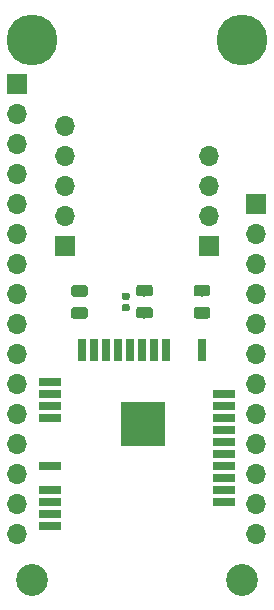
<source format=gts>
G04 #@! TF.GenerationSoftware,KiCad,Pcbnew,5.1.4-e60b266~84~ubuntu19.04.1*
G04 #@! TF.CreationDate,2019-10-25T13:24:14-07:00*
G04 #@! TF.ProjectId,Wifi-FeatherWing,57696669-2d46-4656-9174-68657257696e,rev?*
G04 #@! TF.SameCoordinates,Original*
G04 #@! TF.FileFunction,Soldermask,Top*
G04 #@! TF.FilePolarity,Negative*
%FSLAX46Y46*%
G04 Gerber Fmt 4.6, Leading zero omitted, Abs format (unit mm)*
G04 Created by KiCad (PCBNEW 5.1.4-e60b266~84~ubuntu19.04.1) date 2019-10-25 13:24:14*
%MOMM*%
%LPD*%
G04 APERTURE LIST*
%ADD10C,0.100000*%
%ADD11R,1.900000X0.800000*%
%ADD12R,0.800000X1.900000*%
%ADD13R,3.700000X3.700000*%
%ADD14C,0.975000*%
%ADD15O,1.700000X1.700000*%
%ADD16R,1.700000X1.700000*%
%ADD17C,2.700000*%
%ADD18C,4.300000*%
%ADD19C,0.590000*%
G04 APERTURE END LIST*
D10*
G36*
X155741000Y-112917610D02*
G01*
X152059030Y-112917610D01*
X152059030Y-109241600D01*
X155741000Y-109241600D01*
X155741000Y-112917610D01*
G37*
D11*
X146051000Y-107481600D03*
X146051000Y-108497600D03*
X146051000Y-109513600D03*
X146051000Y-110529600D03*
X146051000Y-114593600D03*
X146051000Y-116625600D03*
X146051000Y-117641600D03*
X146051000Y-118657600D03*
X146051000Y-119673600D03*
X160781000Y-117635600D03*
X160781000Y-116619600D03*
X160781000Y-115603600D03*
X160781000Y-114587600D03*
X160781000Y-113571600D03*
X160781000Y-112555600D03*
X160781000Y-111539600D03*
X160781000Y-110523600D03*
X160781000Y-109507600D03*
X160781000Y-108491600D03*
D12*
X158881000Y-104811600D03*
X155833000Y-104811600D03*
X154817000Y-104811600D03*
X153801000Y-104811600D03*
X152785000Y-104811600D03*
X151769000Y-104811600D03*
X150753000Y-104811600D03*
X149737000Y-104811600D03*
X148721000Y-104811600D03*
D13*
X153901000Y-111081600D03*
D10*
G36*
X154531142Y-101162174D02*
G01*
X154554803Y-101165684D01*
X154578007Y-101171496D01*
X154600529Y-101179554D01*
X154622153Y-101189782D01*
X154642670Y-101202079D01*
X154661883Y-101216329D01*
X154679607Y-101232393D01*
X154695671Y-101250117D01*
X154709921Y-101269330D01*
X154722218Y-101289847D01*
X154732446Y-101311471D01*
X154740504Y-101333993D01*
X154746316Y-101357197D01*
X154749826Y-101380858D01*
X154751000Y-101404750D01*
X154751000Y-101892250D01*
X154749826Y-101916142D01*
X154746316Y-101939803D01*
X154740504Y-101963007D01*
X154732446Y-101985529D01*
X154722218Y-102007153D01*
X154709921Y-102027670D01*
X154695671Y-102046883D01*
X154679607Y-102064607D01*
X154661883Y-102080671D01*
X154642670Y-102094921D01*
X154622153Y-102107218D01*
X154600529Y-102117446D01*
X154578007Y-102125504D01*
X154554803Y-102131316D01*
X154531142Y-102134826D01*
X154507250Y-102136000D01*
X153594750Y-102136000D01*
X153570858Y-102134826D01*
X153547197Y-102131316D01*
X153523993Y-102125504D01*
X153501471Y-102117446D01*
X153479847Y-102107218D01*
X153459330Y-102094921D01*
X153440117Y-102080671D01*
X153422393Y-102064607D01*
X153406329Y-102046883D01*
X153392079Y-102027670D01*
X153379782Y-102007153D01*
X153369554Y-101985529D01*
X153361496Y-101963007D01*
X153355684Y-101939803D01*
X153352174Y-101916142D01*
X153351000Y-101892250D01*
X153351000Y-101404750D01*
X153352174Y-101380858D01*
X153355684Y-101357197D01*
X153361496Y-101333993D01*
X153369554Y-101311471D01*
X153379782Y-101289847D01*
X153392079Y-101269330D01*
X153406329Y-101250117D01*
X153422393Y-101232393D01*
X153440117Y-101216329D01*
X153459330Y-101202079D01*
X153479847Y-101189782D01*
X153501471Y-101179554D01*
X153523993Y-101171496D01*
X153547197Y-101165684D01*
X153570858Y-101162174D01*
X153594750Y-101161000D01*
X154507250Y-101161000D01*
X154531142Y-101162174D01*
X154531142Y-101162174D01*
G37*
D14*
X154051000Y-101648500D03*
D10*
G36*
X154531142Y-99287174D02*
G01*
X154554803Y-99290684D01*
X154578007Y-99296496D01*
X154600529Y-99304554D01*
X154622153Y-99314782D01*
X154642670Y-99327079D01*
X154661883Y-99341329D01*
X154679607Y-99357393D01*
X154695671Y-99375117D01*
X154709921Y-99394330D01*
X154722218Y-99414847D01*
X154732446Y-99436471D01*
X154740504Y-99458993D01*
X154746316Y-99482197D01*
X154749826Y-99505858D01*
X154751000Y-99529750D01*
X154751000Y-100017250D01*
X154749826Y-100041142D01*
X154746316Y-100064803D01*
X154740504Y-100088007D01*
X154732446Y-100110529D01*
X154722218Y-100132153D01*
X154709921Y-100152670D01*
X154695671Y-100171883D01*
X154679607Y-100189607D01*
X154661883Y-100205671D01*
X154642670Y-100219921D01*
X154622153Y-100232218D01*
X154600529Y-100242446D01*
X154578007Y-100250504D01*
X154554803Y-100256316D01*
X154531142Y-100259826D01*
X154507250Y-100261000D01*
X153594750Y-100261000D01*
X153570858Y-100259826D01*
X153547197Y-100256316D01*
X153523993Y-100250504D01*
X153501471Y-100242446D01*
X153479847Y-100232218D01*
X153459330Y-100219921D01*
X153440117Y-100205671D01*
X153422393Y-100189607D01*
X153406329Y-100171883D01*
X153392079Y-100152670D01*
X153379782Y-100132153D01*
X153369554Y-100110529D01*
X153361496Y-100088007D01*
X153355684Y-100064803D01*
X153352174Y-100041142D01*
X153351000Y-100017250D01*
X153351000Y-99529750D01*
X153352174Y-99505858D01*
X153355684Y-99482197D01*
X153361496Y-99458993D01*
X153369554Y-99436471D01*
X153379782Y-99414847D01*
X153392079Y-99394330D01*
X153406329Y-99375117D01*
X153422393Y-99357393D01*
X153440117Y-99341329D01*
X153459330Y-99327079D01*
X153479847Y-99314782D01*
X153501471Y-99304554D01*
X153523993Y-99296496D01*
X153547197Y-99290684D01*
X153570858Y-99287174D01*
X153594750Y-99286000D01*
X154507250Y-99286000D01*
X154531142Y-99287174D01*
X154531142Y-99287174D01*
G37*
D14*
X154051000Y-99773500D03*
D15*
X163525200Y-120416320D03*
X163525200Y-117876320D03*
X163525200Y-115336320D03*
X163525200Y-112796320D03*
X163525200Y-110256320D03*
X163525200Y-107716320D03*
X163525200Y-105176320D03*
X163525200Y-102636320D03*
X163525200Y-100096320D03*
X163525200Y-97556320D03*
X163525200Y-95016320D03*
D16*
X163525200Y-92476320D03*
D17*
X144520920Y-124239020D03*
X162300920Y-124239020D03*
D16*
X143289020Y-82314560D03*
D15*
X143289020Y-84854560D03*
X143289020Y-87394560D03*
X143289020Y-89934560D03*
X143289020Y-92474560D03*
X143289020Y-95014560D03*
X143289020Y-97554560D03*
X143289020Y-100094560D03*
X143289020Y-102634560D03*
X143289020Y-105174560D03*
X143289020Y-107714560D03*
X143289020Y-110254560D03*
X143289020Y-112794560D03*
X143289020Y-115334560D03*
X143289020Y-117874560D03*
X143289020Y-120414560D03*
D18*
X144520920Y-78519020D03*
X162300920Y-78519020D03*
D10*
G36*
X149019342Y-99314874D02*
G01*
X149043003Y-99318384D01*
X149066207Y-99324196D01*
X149088729Y-99332254D01*
X149110353Y-99342482D01*
X149130870Y-99354779D01*
X149150083Y-99369029D01*
X149167807Y-99385093D01*
X149183871Y-99402817D01*
X149198121Y-99422030D01*
X149210418Y-99442547D01*
X149220646Y-99464171D01*
X149228704Y-99486693D01*
X149234516Y-99509897D01*
X149238026Y-99533558D01*
X149239200Y-99557450D01*
X149239200Y-100044950D01*
X149238026Y-100068842D01*
X149234516Y-100092503D01*
X149228704Y-100115707D01*
X149220646Y-100138229D01*
X149210418Y-100159853D01*
X149198121Y-100180370D01*
X149183871Y-100199583D01*
X149167807Y-100217307D01*
X149150083Y-100233371D01*
X149130870Y-100247621D01*
X149110353Y-100259918D01*
X149088729Y-100270146D01*
X149066207Y-100278204D01*
X149043003Y-100284016D01*
X149019342Y-100287526D01*
X148995450Y-100288700D01*
X148082950Y-100288700D01*
X148059058Y-100287526D01*
X148035397Y-100284016D01*
X148012193Y-100278204D01*
X147989671Y-100270146D01*
X147968047Y-100259918D01*
X147947530Y-100247621D01*
X147928317Y-100233371D01*
X147910593Y-100217307D01*
X147894529Y-100199583D01*
X147880279Y-100180370D01*
X147867982Y-100159853D01*
X147857754Y-100138229D01*
X147849696Y-100115707D01*
X147843884Y-100092503D01*
X147840374Y-100068842D01*
X147839200Y-100044950D01*
X147839200Y-99557450D01*
X147840374Y-99533558D01*
X147843884Y-99509897D01*
X147849696Y-99486693D01*
X147857754Y-99464171D01*
X147867982Y-99442547D01*
X147880279Y-99422030D01*
X147894529Y-99402817D01*
X147910593Y-99385093D01*
X147928317Y-99369029D01*
X147947530Y-99354779D01*
X147968047Y-99342482D01*
X147989671Y-99332254D01*
X148012193Y-99324196D01*
X148035397Y-99318384D01*
X148059058Y-99314874D01*
X148082950Y-99313700D01*
X148995450Y-99313700D01*
X149019342Y-99314874D01*
X149019342Y-99314874D01*
G37*
D14*
X148539200Y-99801200D03*
D10*
G36*
X149019342Y-101189874D02*
G01*
X149043003Y-101193384D01*
X149066207Y-101199196D01*
X149088729Y-101207254D01*
X149110353Y-101217482D01*
X149130870Y-101229779D01*
X149150083Y-101244029D01*
X149167807Y-101260093D01*
X149183871Y-101277817D01*
X149198121Y-101297030D01*
X149210418Y-101317547D01*
X149220646Y-101339171D01*
X149228704Y-101361693D01*
X149234516Y-101384897D01*
X149238026Y-101408558D01*
X149239200Y-101432450D01*
X149239200Y-101919950D01*
X149238026Y-101943842D01*
X149234516Y-101967503D01*
X149228704Y-101990707D01*
X149220646Y-102013229D01*
X149210418Y-102034853D01*
X149198121Y-102055370D01*
X149183871Y-102074583D01*
X149167807Y-102092307D01*
X149150083Y-102108371D01*
X149130870Y-102122621D01*
X149110353Y-102134918D01*
X149088729Y-102145146D01*
X149066207Y-102153204D01*
X149043003Y-102159016D01*
X149019342Y-102162526D01*
X148995450Y-102163700D01*
X148082950Y-102163700D01*
X148059058Y-102162526D01*
X148035397Y-102159016D01*
X148012193Y-102153204D01*
X147989671Y-102145146D01*
X147968047Y-102134918D01*
X147947530Y-102122621D01*
X147928317Y-102108371D01*
X147910593Y-102092307D01*
X147894529Y-102074583D01*
X147880279Y-102055370D01*
X147867982Y-102034853D01*
X147857754Y-102013229D01*
X147849696Y-101990707D01*
X147843884Y-101967503D01*
X147840374Y-101943842D01*
X147839200Y-101919950D01*
X147839200Y-101432450D01*
X147840374Y-101408558D01*
X147843884Y-101384897D01*
X147849696Y-101361693D01*
X147857754Y-101339171D01*
X147867982Y-101317547D01*
X147880279Y-101297030D01*
X147894529Y-101277817D01*
X147910593Y-101260093D01*
X147928317Y-101244029D01*
X147947530Y-101229779D01*
X147968047Y-101217482D01*
X147989671Y-101207254D01*
X148012193Y-101199196D01*
X148035397Y-101193384D01*
X148059058Y-101189874D01*
X148082950Y-101188700D01*
X148995450Y-101188700D01*
X149019342Y-101189874D01*
X149019342Y-101189874D01*
G37*
D14*
X148539200Y-101676200D03*
D10*
G36*
X159382542Y-101174874D02*
G01*
X159406203Y-101178384D01*
X159429407Y-101184196D01*
X159451929Y-101192254D01*
X159473553Y-101202482D01*
X159494070Y-101214779D01*
X159513283Y-101229029D01*
X159531007Y-101245093D01*
X159547071Y-101262817D01*
X159561321Y-101282030D01*
X159573618Y-101302547D01*
X159583846Y-101324171D01*
X159591904Y-101346693D01*
X159597716Y-101369897D01*
X159601226Y-101393558D01*
X159602400Y-101417450D01*
X159602400Y-101904950D01*
X159601226Y-101928842D01*
X159597716Y-101952503D01*
X159591904Y-101975707D01*
X159583846Y-101998229D01*
X159573618Y-102019853D01*
X159561321Y-102040370D01*
X159547071Y-102059583D01*
X159531007Y-102077307D01*
X159513283Y-102093371D01*
X159494070Y-102107621D01*
X159473553Y-102119918D01*
X159451929Y-102130146D01*
X159429407Y-102138204D01*
X159406203Y-102144016D01*
X159382542Y-102147526D01*
X159358650Y-102148700D01*
X158446150Y-102148700D01*
X158422258Y-102147526D01*
X158398597Y-102144016D01*
X158375393Y-102138204D01*
X158352871Y-102130146D01*
X158331247Y-102119918D01*
X158310730Y-102107621D01*
X158291517Y-102093371D01*
X158273793Y-102077307D01*
X158257729Y-102059583D01*
X158243479Y-102040370D01*
X158231182Y-102019853D01*
X158220954Y-101998229D01*
X158212896Y-101975707D01*
X158207084Y-101952503D01*
X158203574Y-101928842D01*
X158202400Y-101904950D01*
X158202400Y-101417450D01*
X158203574Y-101393558D01*
X158207084Y-101369897D01*
X158212896Y-101346693D01*
X158220954Y-101324171D01*
X158231182Y-101302547D01*
X158243479Y-101282030D01*
X158257729Y-101262817D01*
X158273793Y-101245093D01*
X158291517Y-101229029D01*
X158310730Y-101214779D01*
X158331247Y-101202482D01*
X158352871Y-101192254D01*
X158375393Y-101184196D01*
X158398597Y-101178384D01*
X158422258Y-101174874D01*
X158446150Y-101173700D01*
X159358650Y-101173700D01*
X159382542Y-101174874D01*
X159382542Y-101174874D01*
G37*
D14*
X158902400Y-101661200D03*
D10*
G36*
X159382542Y-99299874D02*
G01*
X159406203Y-99303384D01*
X159429407Y-99309196D01*
X159451929Y-99317254D01*
X159473553Y-99327482D01*
X159494070Y-99339779D01*
X159513283Y-99354029D01*
X159531007Y-99370093D01*
X159547071Y-99387817D01*
X159561321Y-99407030D01*
X159573618Y-99427547D01*
X159583846Y-99449171D01*
X159591904Y-99471693D01*
X159597716Y-99494897D01*
X159601226Y-99518558D01*
X159602400Y-99542450D01*
X159602400Y-100029950D01*
X159601226Y-100053842D01*
X159597716Y-100077503D01*
X159591904Y-100100707D01*
X159583846Y-100123229D01*
X159573618Y-100144853D01*
X159561321Y-100165370D01*
X159547071Y-100184583D01*
X159531007Y-100202307D01*
X159513283Y-100218371D01*
X159494070Y-100232621D01*
X159473553Y-100244918D01*
X159451929Y-100255146D01*
X159429407Y-100263204D01*
X159406203Y-100269016D01*
X159382542Y-100272526D01*
X159358650Y-100273700D01*
X158446150Y-100273700D01*
X158422258Y-100272526D01*
X158398597Y-100269016D01*
X158375393Y-100263204D01*
X158352871Y-100255146D01*
X158331247Y-100244918D01*
X158310730Y-100232621D01*
X158291517Y-100218371D01*
X158273793Y-100202307D01*
X158257729Y-100184583D01*
X158243479Y-100165370D01*
X158231182Y-100144853D01*
X158220954Y-100123229D01*
X158212896Y-100100707D01*
X158207084Y-100077503D01*
X158203574Y-100053842D01*
X158202400Y-100029950D01*
X158202400Y-99542450D01*
X158203574Y-99518558D01*
X158207084Y-99494897D01*
X158212896Y-99471693D01*
X158220954Y-99449171D01*
X158231182Y-99427547D01*
X158243479Y-99407030D01*
X158257729Y-99387817D01*
X158273793Y-99370093D01*
X158291517Y-99354029D01*
X158310730Y-99339779D01*
X158331247Y-99327482D01*
X158352871Y-99317254D01*
X158375393Y-99309196D01*
X158398597Y-99303384D01*
X158422258Y-99299874D01*
X158446150Y-99298700D01*
X159358650Y-99298700D01*
X159382542Y-99299874D01*
X159382542Y-99299874D01*
G37*
D14*
X158902400Y-99786200D03*
D16*
X159512000Y-96024700D03*
D15*
X159512000Y-93484700D03*
X159512000Y-90944700D03*
X159512000Y-88404700D03*
D16*
X147320000Y-96037400D03*
D15*
X147320000Y-93497400D03*
X147320000Y-90957400D03*
X147320000Y-88417400D03*
X147320000Y-85877400D03*
D10*
G36*
X152650458Y-100924710D02*
G01*
X152664776Y-100926834D01*
X152678817Y-100930351D01*
X152692446Y-100935228D01*
X152705531Y-100941417D01*
X152717947Y-100948858D01*
X152729573Y-100957481D01*
X152740298Y-100967202D01*
X152750019Y-100977927D01*
X152758642Y-100989553D01*
X152766083Y-101001969D01*
X152772272Y-101015054D01*
X152777149Y-101028683D01*
X152780666Y-101042724D01*
X152782790Y-101057042D01*
X152783500Y-101071500D01*
X152783500Y-101366500D01*
X152782790Y-101380958D01*
X152780666Y-101395276D01*
X152777149Y-101409317D01*
X152772272Y-101422946D01*
X152766083Y-101436031D01*
X152758642Y-101448447D01*
X152750019Y-101460073D01*
X152740298Y-101470798D01*
X152729573Y-101480519D01*
X152717947Y-101489142D01*
X152705531Y-101496583D01*
X152692446Y-101502772D01*
X152678817Y-101507649D01*
X152664776Y-101511166D01*
X152650458Y-101513290D01*
X152636000Y-101514000D01*
X152291000Y-101514000D01*
X152276542Y-101513290D01*
X152262224Y-101511166D01*
X152248183Y-101507649D01*
X152234554Y-101502772D01*
X152221469Y-101496583D01*
X152209053Y-101489142D01*
X152197427Y-101480519D01*
X152186702Y-101470798D01*
X152176981Y-101460073D01*
X152168358Y-101448447D01*
X152160917Y-101436031D01*
X152154728Y-101422946D01*
X152149851Y-101409317D01*
X152146334Y-101395276D01*
X152144210Y-101380958D01*
X152143500Y-101366500D01*
X152143500Y-101071500D01*
X152144210Y-101057042D01*
X152146334Y-101042724D01*
X152149851Y-101028683D01*
X152154728Y-101015054D01*
X152160917Y-101001969D01*
X152168358Y-100989553D01*
X152176981Y-100977927D01*
X152186702Y-100967202D01*
X152197427Y-100957481D01*
X152209053Y-100948858D01*
X152221469Y-100941417D01*
X152234554Y-100935228D01*
X152248183Y-100930351D01*
X152262224Y-100926834D01*
X152276542Y-100924710D01*
X152291000Y-100924000D01*
X152636000Y-100924000D01*
X152650458Y-100924710D01*
X152650458Y-100924710D01*
G37*
D19*
X152463500Y-101219000D03*
D10*
G36*
X152650458Y-99954710D02*
G01*
X152664776Y-99956834D01*
X152678817Y-99960351D01*
X152692446Y-99965228D01*
X152705531Y-99971417D01*
X152717947Y-99978858D01*
X152729573Y-99987481D01*
X152740298Y-99997202D01*
X152750019Y-100007927D01*
X152758642Y-100019553D01*
X152766083Y-100031969D01*
X152772272Y-100045054D01*
X152777149Y-100058683D01*
X152780666Y-100072724D01*
X152782790Y-100087042D01*
X152783500Y-100101500D01*
X152783500Y-100396500D01*
X152782790Y-100410958D01*
X152780666Y-100425276D01*
X152777149Y-100439317D01*
X152772272Y-100452946D01*
X152766083Y-100466031D01*
X152758642Y-100478447D01*
X152750019Y-100490073D01*
X152740298Y-100500798D01*
X152729573Y-100510519D01*
X152717947Y-100519142D01*
X152705531Y-100526583D01*
X152692446Y-100532772D01*
X152678817Y-100537649D01*
X152664776Y-100541166D01*
X152650458Y-100543290D01*
X152636000Y-100544000D01*
X152291000Y-100544000D01*
X152276542Y-100543290D01*
X152262224Y-100541166D01*
X152248183Y-100537649D01*
X152234554Y-100532772D01*
X152221469Y-100526583D01*
X152209053Y-100519142D01*
X152197427Y-100510519D01*
X152186702Y-100500798D01*
X152176981Y-100490073D01*
X152168358Y-100478447D01*
X152160917Y-100466031D01*
X152154728Y-100452946D01*
X152149851Y-100439317D01*
X152146334Y-100425276D01*
X152144210Y-100410958D01*
X152143500Y-100396500D01*
X152143500Y-100101500D01*
X152144210Y-100087042D01*
X152146334Y-100072724D01*
X152149851Y-100058683D01*
X152154728Y-100045054D01*
X152160917Y-100031969D01*
X152168358Y-100019553D01*
X152176981Y-100007927D01*
X152186702Y-99997202D01*
X152197427Y-99987481D01*
X152209053Y-99978858D01*
X152221469Y-99971417D01*
X152234554Y-99965228D01*
X152248183Y-99960351D01*
X152262224Y-99956834D01*
X152276542Y-99954710D01*
X152291000Y-99954000D01*
X152636000Y-99954000D01*
X152650458Y-99954710D01*
X152650458Y-99954710D01*
G37*
D19*
X152463500Y-100249000D03*
M02*

</source>
